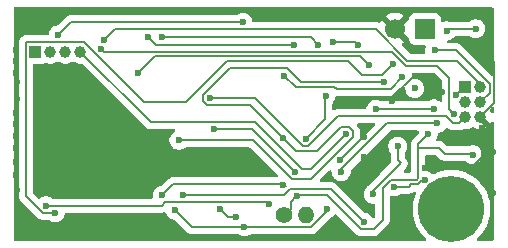
<source format=gbl>
G04 #@! TF.GenerationSoftware,KiCad,Pcbnew,9.0.1-9.0.1-0~ubuntu22.04.1*
G04 #@! TF.CreationDate,2025-06-25T02:31:38+02:00*
G04 #@! TF.ProjectId,powermeter2.1,706f7765-726d-4657-9465-72322e312e6b,rev?*
G04 #@! TF.SameCoordinates,Original*
G04 #@! TF.FileFunction,Copper,L2,Bot*
G04 #@! TF.FilePolarity,Positive*
%FSLAX46Y46*%
G04 Gerber Fmt 4.6, Leading zero omitted, Abs format (unit mm)*
G04 Created by KiCad (PCBNEW 9.0.1-9.0.1-0~ubuntu22.04.1) date 2025-06-25 02:31:38*
%MOMM*%
%LPD*%
G01*
G04 APERTURE LIST*
G04 #@! TA.AperFunction,ComponentPad*
%ADD10R,1.000000X1.000000*%
G04 #@! TD*
G04 #@! TA.AperFunction,ComponentPad*
%ADD11C,1.000000*%
G04 #@! TD*
G04 #@! TA.AperFunction,ComponentPad*
%ADD12R,1.700000X1.700000*%
G04 #@! TD*
G04 #@! TA.AperFunction,ComponentPad*
%ADD13C,1.700000*%
G04 #@! TD*
G04 #@! TA.AperFunction,ComponentPad*
%ADD14C,1.400000*%
G04 #@! TD*
G04 #@! TA.AperFunction,ComponentPad*
%ADD15O,1.400000X1.400000*%
G04 #@! TD*
G04 #@! TA.AperFunction,ComponentPad*
%ADD16C,5.600000*%
G04 #@! TD*
G04 #@! TA.AperFunction,HeatsinkPad*
%ADD17C,0.600000*%
G04 #@! TD*
G04 #@! TA.AperFunction,ViaPad*
%ADD18C,0.600000*%
G04 #@! TD*
G04 #@! TA.AperFunction,Conductor*
%ADD19C,0.200000*%
G04 #@! TD*
G04 APERTURE END LIST*
D10*
X168880000Y-113710000D03*
D11*
X170150000Y-113710000D03*
X168880000Y-114980000D03*
X170150000Y-114980000D03*
X168880000Y-116250000D03*
X170150000Y-116250000D03*
D10*
X132500000Y-110687500D03*
D11*
X133770000Y-110687500D03*
X135040000Y-110687500D03*
X136310000Y-110687500D03*
D12*
X165475000Y-108750000D03*
D13*
X162935000Y-108750000D03*
D14*
X153545000Y-124525000D03*
D15*
X155445000Y-124525000D03*
D16*
X167725000Y-124000000D03*
D17*
X138645000Y-119562500D03*
X140045000Y-119562500D03*
X137945000Y-118862500D03*
X139345000Y-118862500D03*
X140745000Y-118862500D03*
X138645000Y-118162500D03*
X140045000Y-118162500D03*
X137945000Y-117462500D03*
X139345000Y-117462500D03*
X140745000Y-117462500D03*
X138645000Y-116762500D03*
X140045000Y-116762500D03*
D18*
X161325000Y-115534868D03*
X166239292Y-115525000D03*
X157725000Y-109825000D03*
X133375000Y-123725000D03*
X168125000Y-114324276D03*
X159800000Y-110075000D03*
X152278003Y-123607590D03*
X170288235Y-117113235D03*
X164900000Y-126375000D03*
X135400000Y-122100000D03*
X146000000Y-120525000D03*
X171225000Y-122625000D03*
X133175000Y-120800000D03*
X130875000Y-117825000D03*
X130900000Y-122400000D03*
X130875000Y-118825000D03*
X165615281Y-112784721D03*
X130875000Y-115850000D03*
X160318656Y-119557817D03*
X130875000Y-116775000D03*
X162725000Y-114892310D03*
X130900000Y-114650000D03*
X165500000Y-120550000D03*
X170225000Y-121325000D03*
X171164265Y-111635735D03*
X130875000Y-112475000D03*
X166915280Y-114084720D03*
X160672766Y-121022766D03*
X150848405Y-120431066D03*
X136400000Y-116700000D03*
X171225000Y-119175000D03*
X171025000Y-125775000D03*
X136550000Y-113400000D03*
X133775000Y-114175000D03*
X130900000Y-113275000D03*
X130875000Y-111425000D03*
X142700000Y-118925000D03*
X158304387Y-119812917D03*
X160301230Y-117875000D03*
X130875000Y-120000000D03*
X130875000Y-110525000D03*
X130825000Y-121125000D03*
X130900000Y-109525000D03*
X155365735Y-118074265D03*
X157104606Y-114429911D03*
X161083319Y-122739660D03*
X163175000Y-118675000D03*
X169775000Y-108725000D03*
X167337723Y-108914635D03*
X147599294Y-117225706D03*
X158375000Y-120856500D03*
X154450000Y-120850000D03*
X166533395Y-116734868D03*
X165750473Y-117649000D03*
X169525000Y-119405000D03*
X154610263Y-122894210D03*
X162787500Y-111737500D03*
X166300000Y-110550357D03*
X134175000Y-124325000D03*
X164613615Y-113791248D03*
X148134998Y-124025000D03*
X149500000Y-124675000D03*
X153471710Y-121924999D03*
X143225000Y-122825000D03*
X157206028Y-123957500D03*
X150200000Y-125525000D03*
X144325000Y-124100000D03*
X142050000Y-109400000D03*
X154361760Y-110074000D03*
X143175000Y-109474000D03*
X156409526Y-110074000D03*
X145000000Y-122824000D03*
X160324485Y-125100515D03*
X138326112Y-109721409D03*
X147300000Y-114625000D03*
X138089408Y-110485592D03*
X167927156Y-115946538D03*
X162867037Y-122112500D03*
X165483988Y-121577630D03*
X134450000Y-109250000D03*
X150075000Y-108175000D03*
X162022409Y-113249696D03*
X153425000Y-117950000D03*
X144650000Y-118172300D03*
X160735630Y-111837557D03*
X141200764Y-112524236D03*
X158763988Y-117654293D03*
X163575000Y-112850000D03*
X153576553Y-112701656D03*
D19*
X162022409Y-113249696D02*
X154974536Y-113249696D01*
X146699000Y-114376057D02*
X146699000Y-114873943D01*
X154974536Y-113249696D02*
X153825496Y-112100656D01*
X153825496Y-112100656D02*
X148974401Y-112100656D01*
X148974401Y-112100656D02*
X146699000Y-114376057D01*
X146699000Y-114873943D02*
X147051057Y-115226000D01*
X147051057Y-115226000D02*
X150701000Y-115226000D01*
X150701000Y-115226000D02*
X153425000Y-117950000D01*
X163575000Y-112850000D02*
X162574304Y-113850696D01*
X162574304Y-113850696D02*
X158011000Y-113850696D01*
X158011000Y-113850696D02*
X157811000Y-113650696D01*
X154525593Y-113650696D02*
X153576553Y-112701656D01*
X157811000Y-113650696D02*
X154525593Y-113650696D01*
X166239292Y-115525000D02*
X164657690Y-115525000D01*
X168739276Y-113710000D02*
X168125000Y-114324276D01*
X166239291Y-115525000D02*
X166206601Y-115492310D01*
X143475943Y-123424000D02*
X143174943Y-123725000D01*
X152094413Y-123424000D02*
X143475943Y-123424000D01*
X164625000Y-115492310D02*
X161367558Y-115492310D01*
X161367558Y-115492310D02*
X161325000Y-115534868D01*
X164657690Y-115525000D02*
X164625000Y-115492310D01*
X143174943Y-123725000D02*
X133375000Y-123725000D01*
X152278003Y-123607590D02*
X152094413Y-123424000D01*
X168880000Y-113710000D02*
X168739276Y-113710000D01*
X159550000Y-109825000D02*
X157725000Y-109825000D01*
X166206601Y-115492310D02*
X164625000Y-115492310D01*
X159800000Y-110075000D02*
X159550000Y-109825000D01*
X165500000Y-120550000D02*
X169450000Y-120550000D01*
X160242304Y-117875000D02*
X160301230Y-117875000D01*
X171352000Y-115048000D02*
X171352000Y-111823470D01*
X169450000Y-120550000D02*
X170225000Y-121325000D01*
X170150000Y-116250000D02*
X171352000Y-115048000D01*
X160318656Y-119557817D02*
X160318656Y-120668656D01*
X160318656Y-120668656D02*
X160672766Y-121022766D01*
X162725000Y-114892310D02*
X162725000Y-114549943D01*
X169358477Y-120550000D02*
X165500000Y-120550000D01*
X170288235Y-119620242D02*
X169358477Y-120550000D01*
X171352000Y-111823470D02*
X171164265Y-111635735D01*
X166915280Y-114084720D02*
X165615281Y-112784721D01*
X158304387Y-119812917D02*
X160242304Y-117875000D01*
X170288235Y-117113235D02*
X170288235Y-119620242D01*
X164490222Y-112784721D02*
X165615281Y-112784721D01*
X162725000Y-114549943D02*
X164490222Y-112784721D01*
X157104606Y-114429911D02*
X157040000Y-114494517D01*
X157040000Y-114494517D02*
X157040000Y-116400000D01*
X157040000Y-116400000D02*
X155365735Y-118074265D01*
X161083319Y-122466681D02*
X163425000Y-120125000D01*
X161083319Y-122739660D02*
X161083319Y-122466681D01*
X163175000Y-119875000D02*
X163175000Y-118675000D01*
X163425000Y-120125000D02*
X163175000Y-119875000D01*
X167527358Y-108725000D02*
X169775000Y-108725000D01*
X167337723Y-108914635D02*
X167527358Y-108725000D01*
X162291305Y-116734868D02*
X166533395Y-116734868D01*
X150825706Y-117225706D02*
X154450000Y-120850000D01*
X158375000Y-120856500D02*
X158375000Y-120651173D01*
X147599294Y-117225706D02*
X150825706Y-117225706D01*
X158375000Y-120651173D02*
X162291305Y-116734868D01*
X164763443Y-121511500D02*
X164900000Y-121374943D01*
X169525000Y-119405000D02*
X169420000Y-119300000D01*
X154729473Y-122775000D02*
X157149027Y-122775000D01*
X164900000Y-121374943D02*
X164900000Y-118950000D01*
X154610263Y-122894210D02*
X154729473Y-122775000D01*
X160075542Y-125701515D02*
X161125000Y-125701515D01*
X169420000Y-119300000D02*
X167136500Y-119300000D01*
X154610263Y-122894210D02*
X154577236Y-122927236D01*
X154100000Y-123970000D02*
X153545000Y-124525000D01*
X167136500Y-119300000D02*
X166661500Y-118825000D01*
X161125000Y-125701515D02*
X161886805Y-124939710D01*
X157149027Y-122775000D02*
X160075542Y-125701515D01*
X161886805Y-122242789D02*
X162618094Y-121511500D01*
X161886805Y-124939710D02*
X161886805Y-122242789D01*
X164900000Y-118950000D02*
X164900000Y-118499473D01*
X164900000Y-118825000D02*
X164900000Y-118950000D01*
X154100000Y-123404473D02*
X154100000Y-123970000D01*
X154577236Y-122927236D02*
X154100000Y-123404473D01*
X164900000Y-118499473D02*
X165750473Y-117649000D01*
X162618094Y-121511500D02*
X164763443Y-121511500D01*
X166661500Y-118825000D02*
X164900000Y-118825000D01*
X131699000Y-109886500D02*
X131699000Y-122898943D01*
X148700000Y-111477000D02*
X145209300Y-114967700D01*
X170951000Y-113378214D02*
X170951000Y-114179000D01*
X160173000Y-112675000D02*
X158975000Y-111477000D01*
X168147786Y-110575000D02*
X170951000Y-113378214D01*
X131699000Y-122898943D02*
X133125057Y-124325000D01*
X170951000Y-114179000D02*
X170150000Y-114980000D01*
X166300000Y-110550357D02*
X167950357Y-110550357D01*
X145209300Y-114967700D02*
X141722986Y-114967700D01*
X141722986Y-114967700D02*
X136641786Y-109886500D01*
X167975000Y-110575000D02*
X168147786Y-110575000D01*
X158975000Y-111477000D02*
X148700000Y-111477000D01*
X161850000Y-112675000D02*
X160173000Y-112675000D01*
X162787500Y-111737500D02*
X161850000Y-112675000D01*
X133125057Y-124325000D02*
X134175000Y-124325000D01*
X167950357Y-110550357D02*
X167975000Y-110575000D01*
X136641786Y-109886500D02*
X131699000Y-109886500D01*
X148784998Y-124675000D02*
X148134998Y-124025000D01*
X149500000Y-124675000D02*
X148784998Y-124675000D01*
X153446711Y-121900000D02*
X144150000Y-121900000D01*
X153471710Y-121924999D02*
X153571711Y-122025000D01*
X144150000Y-121900000D02*
X143225000Y-122825000D01*
X153471710Y-121924999D02*
X153446711Y-121900000D01*
X153571711Y-122025000D02*
X153700000Y-122025000D01*
X145750000Y-125525000D02*
X144325000Y-124100000D01*
X150200000Y-125525000D02*
X145750000Y-125525000D01*
X155860628Y-125525000D02*
X150200000Y-125525000D01*
X157206028Y-124179600D02*
X155860628Y-125525000D01*
X157206028Y-123957500D02*
X157206028Y-124179600D01*
X142724000Y-110074000D02*
X142050000Y-109400000D01*
X154361760Y-110074000D02*
X142724000Y-110074000D01*
X155808526Y-109473000D02*
X143176000Y-109473000D01*
X143176000Y-109473000D02*
X143175000Y-109474000D01*
X156409526Y-110074000D02*
X155808526Y-109473000D01*
X160324485Y-125100515D02*
X157548970Y-122325000D01*
X157548970Y-122325000D02*
X154925000Y-122325000D01*
X154081790Y-122293210D02*
X153551000Y-122824000D01*
X153551000Y-122824000D02*
X145000000Y-122824000D01*
X154925000Y-122325000D02*
X154893210Y-122293210D01*
X154925000Y-122325000D02*
X154800000Y-122325000D01*
X154893210Y-122293210D02*
X154081790Y-122293210D01*
X168222000Y-111450000D02*
X163999131Y-111450000D01*
X163999131Y-111450000D02*
X161348131Y-108799000D01*
X170150000Y-113710000D02*
X170150000Y-113378000D01*
X170150000Y-113378000D02*
X168222000Y-111450000D01*
X139248521Y-108799000D02*
X138326112Y-109721409D01*
X161348131Y-108799000D02*
X139248521Y-108799000D01*
X168380001Y-116749999D02*
X168880000Y-116250000D01*
X167266956Y-116134868D02*
X167882087Y-116749999D01*
X167882087Y-116749999D02*
X168380001Y-116749999D01*
X151066527Y-114625000D02*
X155116792Y-118675265D01*
X158155075Y-116134868D02*
X167266956Y-116134868D01*
X155614678Y-118675265D02*
X158155075Y-116134868D01*
X155116792Y-118675265D02*
X155614678Y-118675265D01*
X147300000Y-114625000D02*
X151066527Y-114625000D01*
X167927156Y-115946538D02*
X167725000Y-115744382D01*
X163833031Y-111851000D02*
X162657031Y-110675000D01*
X162657031Y-110675000D02*
X138278816Y-110675000D01*
X167927156Y-115946538D02*
X167507031Y-115526413D01*
X167507031Y-115526413D02*
X167525000Y-115508444D01*
X167725000Y-115744382D02*
X167725000Y-115650000D01*
X138278816Y-110675000D02*
X138089408Y-110485592D01*
X167525000Y-112875000D02*
X166501000Y-111851000D01*
X166501000Y-111851000D02*
X163833031Y-111851000D01*
X167927156Y-115946538D02*
X167610708Y-115630090D01*
X167525000Y-115508444D02*
X167525000Y-112875000D01*
X164929543Y-121912500D02*
X164291172Y-121912500D01*
X164091172Y-122112500D02*
X162867037Y-122112500D01*
X165264413Y-121577630D02*
X164929543Y-121912500D01*
X165483988Y-121577630D02*
X165264413Y-121577630D01*
X164291172Y-121912500D02*
X164091172Y-122112500D01*
X135525000Y-108175000D02*
X134450000Y-109250000D01*
X150075000Y-108175000D02*
X135525000Y-108175000D01*
X159364988Y-117903236D02*
X159364988Y-117405350D01*
X154201057Y-121451000D02*
X155817224Y-121451000D01*
X159364988Y-117405350D02*
X159012931Y-117053293D01*
X156340892Y-119076265D02*
X154551265Y-119076265D01*
X150922357Y-118172300D02*
X144650000Y-118172300D01*
X158363864Y-117053293D02*
X156340892Y-119076265D01*
X154551265Y-119076265D02*
X153425000Y-117950000D01*
X159012931Y-117053293D02*
X158363864Y-117053293D01*
X154201057Y-121451000D02*
X150922357Y-118172300D01*
X155817224Y-121451000D02*
X159364988Y-117903236D01*
X147250000Y-111076000D02*
X159974073Y-111076000D01*
X142649000Y-111076000D02*
X147250000Y-111076000D01*
X159974073Y-111076000D02*
X160735630Y-111837557D01*
X141200764Y-112524236D02*
X142649000Y-111076000D01*
X155051000Y-120601057D02*
X155817224Y-120601057D01*
X136310000Y-110687500D02*
X142247206Y-116624706D01*
X151074649Y-116624706D02*
X155051000Y-120601057D01*
X142247206Y-116624706D02*
X151074649Y-116624706D01*
X155817224Y-120601057D02*
X158763988Y-117654293D01*
X153439000Y-112839209D02*
X153576553Y-112701656D01*
G04 #@! TA.AperFunction,Conductor*
G36*
X171242539Y-106945185D02*
G01*
X171288294Y-106997989D01*
X171299500Y-107049500D01*
X171299500Y-112578117D01*
X171279815Y-112645156D01*
X171227011Y-112690911D01*
X171157853Y-112700855D01*
X171094297Y-112671830D01*
X171087819Y-112665798D01*
X168635376Y-110213355D01*
X168635374Y-110213352D01*
X168516503Y-110094481D01*
X168516495Y-110094475D01*
X168397027Y-110025501D01*
X168397024Y-110025500D01*
X168379571Y-110015423D01*
X168355253Y-110008907D01*
X168226843Y-109974499D01*
X168226840Y-109974499D01*
X168137707Y-109974499D01*
X168105613Y-109970274D01*
X168029414Y-109949856D01*
X167871300Y-109949856D01*
X167863704Y-109949856D01*
X167863688Y-109949857D01*
X167495532Y-109949857D01*
X167428493Y-109930172D01*
X167382738Y-109877368D01*
X167372794Y-109808210D01*
X167401819Y-109744654D01*
X167460597Y-109706880D01*
X167471340Y-109704240D01*
X167543289Y-109689927D01*
X167571220Y-109684372D01*
X167694063Y-109633489D01*
X167716895Y-109624032D01*
X167716895Y-109624031D01*
X167716902Y-109624029D01*
X167848012Y-109536424D01*
X167959512Y-109424924D01*
X167976500Y-109399500D01*
X167989123Y-109380609D01*
X168042736Y-109335804D01*
X168092225Y-109325500D01*
X169195234Y-109325500D01*
X169262273Y-109345185D01*
X169264125Y-109346398D01*
X169395814Y-109434390D01*
X169395827Y-109434397D01*
X169525014Y-109487907D01*
X169541503Y-109494737D01*
X169692900Y-109524852D01*
X169696153Y-109525499D01*
X169696156Y-109525500D01*
X169696158Y-109525500D01*
X169853844Y-109525500D01*
X169853845Y-109525499D01*
X170008497Y-109494737D01*
X170154179Y-109434394D01*
X170285289Y-109346789D01*
X170396789Y-109235289D01*
X170484394Y-109104179D01*
X170544737Y-108958497D01*
X170575500Y-108803842D01*
X170575500Y-108646158D01*
X170575500Y-108646155D01*
X170575499Y-108646153D01*
X170571930Y-108628210D01*
X170544737Y-108491503D01*
X170540081Y-108480263D01*
X170484397Y-108345827D01*
X170484390Y-108345814D01*
X170396789Y-108214711D01*
X170396786Y-108214707D01*
X170285292Y-108103213D01*
X170285288Y-108103210D01*
X170154185Y-108015609D01*
X170154172Y-108015602D01*
X170008501Y-107955264D01*
X170008489Y-107955261D01*
X169853845Y-107924500D01*
X169853842Y-107924500D01*
X169696158Y-107924500D01*
X169696155Y-107924500D01*
X169541510Y-107955261D01*
X169541498Y-107955264D01*
X169395827Y-108015602D01*
X169395814Y-108015609D01*
X169264125Y-108103602D01*
X169197447Y-108124480D01*
X169195234Y-108124500D01*
X167480885Y-108124500D01*
X167456693Y-108122117D01*
X167437292Y-108118258D01*
X167416566Y-108114135D01*
X167416565Y-108114135D01*
X167258881Y-108114135D01*
X167258878Y-108114135D01*
X167104233Y-108144896D01*
X167104226Y-108144898D01*
X166996950Y-108189332D01*
X166927481Y-108196800D01*
X166865002Y-108165524D01*
X166829350Y-108105435D01*
X166825499Y-108074770D01*
X166825499Y-107852129D01*
X166825498Y-107852123D01*
X166825497Y-107852116D01*
X166819091Y-107792517D01*
X166771422Y-107664711D01*
X166768797Y-107657671D01*
X166768793Y-107657664D01*
X166682547Y-107542455D01*
X166682544Y-107542452D01*
X166567335Y-107456206D01*
X166567328Y-107456202D01*
X166432482Y-107405908D01*
X166432483Y-107405908D01*
X166372883Y-107399501D01*
X166372881Y-107399500D01*
X166372873Y-107399500D01*
X166372864Y-107399500D01*
X164577129Y-107399500D01*
X164577123Y-107399501D01*
X164517516Y-107405908D01*
X164382671Y-107456202D01*
X164382664Y-107456206D01*
X164267455Y-107542452D01*
X164267452Y-107542455D01*
X164181206Y-107657664D01*
X164181202Y-107657671D01*
X164130908Y-107792517D01*
X164124501Y-107852116D01*
X164124501Y-107852123D01*
X164124500Y-107852135D01*
X164124500Y-107862690D01*
X164104815Y-107929729D01*
X164088181Y-107950371D01*
X163417962Y-108620590D01*
X163400925Y-108557007D01*
X163335099Y-108442993D01*
X163242007Y-108349901D01*
X163127993Y-108284075D01*
X163064409Y-108267037D01*
X163696716Y-107634728D01*
X163642550Y-107595375D01*
X163453217Y-107498904D01*
X163251129Y-107433242D01*
X163041246Y-107400000D01*
X162828754Y-107400000D01*
X162618872Y-107433242D01*
X162618869Y-107433242D01*
X162416782Y-107498904D01*
X162227439Y-107595380D01*
X162173282Y-107634727D01*
X162173282Y-107634728D01*
X162805591Y-108267037D01*
X162742007Y-108284075D01*
X162627993Y-108349901D01*
X162534901Y-108442993D01*
X162469075Y-108557007D01*
X162452037Y-108620591D01*
X161819728Y-107988282D01*
X161819727Y-107988282D01*
X161780380Y-108042440D01*
X161780378Y-108042443D01*
X161713573Y-108173554D01*
X161665599Y-108224349D01*
X161597778Y-108241144D01*
X161570998Y-108237033D01*
X161427188Y-108198499D01*
X161269074Y-108198499D01*
X161261478Y-108198499D01*
X161261462Y-108198500D01*
X150997622Y-108198500D01*
X150930583Y-108178815D01*
X150884828Y-108126011D01*
X150876005Y-108098692D01*
X150844738Y-107941508D01*
X150844737Y-107941507D01*
X150844737Y-107941503D01*
X150807720Y-107852135D01*
X150784397Y-107795827D01*
X150784387Y-107795809D01*
X150754366Y-107750879D01*
X150754365Y-107750878D01*
X150696789Y-107664711D01*
X150696786Y-107664707D01*
X150585292Y-107553213D01*
X150585288Y-107553210D01*
X150454185Y-107465609D01*
X150454172Y-107465602D01*
X150308501Y-107405264D01*
X150308489Y-107405261D01*
X150153845Y-107374500D01*
X150153842Y-107374500D01*
X149996158Y-107374500D01*
X149996155Y-107374500D01*
X149841510Y-107405261D01*
X149841498Y-107405264D01*
X149695827Y-107465602D01*
X149695814Y-107465609D01*
X149564125Y-107553602D01*
X149497447Y-107574480D01*
X149495234Y-107574500D01*
X135611670Y-107574500D01*
X135611654Y-107574499D01*
X135604058Y-107574499D01*
X135445943Y-107574499D01*
X135369579Y-107594961D01*
X135293214Y-107615423D01*
X135293209Y-107615426D01*
X135156290Y-107694475D01*
X135156282Y-107694481D01*
X134435339Y-108415425D01*
X134374016Y-108448910D01*
X134371850Y-108449361D01*
X134216508Y-108480261D01*
X134216498Y-108480264D01*
X134070827Y-108540602D01*
X134070814Y-108540609D01*
X133939711Y-108628210D01*
X133939707Y-108628213D01*
X133828213Y-108739707D01*
X133828210Y-108739711D01*
X133740609Y-108870814D01*
X133740602Y-108870827D01*
X133680264Y-109016498D01*
X133680261Y-109016510D01*
X133649500Y-109171154D01*
X133649205Y-109174151D01*
X133648611Y-109175620D01*
X133648311Y-109177132D01*
X133648024Y-109177074D01*
X133623046Y-109238939D01*
X133566013Y-109279299D01*
X133525802Y-109286000D01*
X131619943Y-109286000D01*
X131467216Y-109326923D01*
X131467209Y-109326926D01*
X131330290Y-109405975D01*
X131330282Y-109405981D01*
X131218481Y-109517782D01*
X131218475Y-109517790D01*
X131139426Y-109654709D01*
X131139423Y-109654716D01*
X131098500Y-109807443D01*
X131098500Y-122812273D01*
X131098499Y-122812291D01*
X131098499Y-122977997D01*
X131098498Y-122977997D01*
X131139423Y-123130728D01*
X131168358Y-123180843D01*
X131168359Y-123180847D01*
X131168360Y-123180847D01*
X131218479Y-123267657D01*
X131218481Y-123267660D01*
X131337349Y-123386528D01*
X131337355Y-123386533D01*
X132640196Y-124689374D01*
X132640206Y-124689385D01*
X132644536Y-124693715D01*
X132644537Y-124693716D01*
X132756341Y-124805520D01*
X132843152Y-124855639D01*
X132843154Y-124855641D01*
X132867569Y-124869737D01*
X132893272Y-124884577D01*
X133046000Y-124925500D01*
X133595234Y-124925500D01*
X133662273Y-124945185D01*
X133664125Y-124946398D01*
X133795814Y-125034390D01*
X133795827Y-125034397D01*
X133941498Y-125094735D01*
X133941503Y-125094737D01*
X134096153Y-125125499D01*
X134096156Y-125125500D01*
X134096158Y-125125500D01*
X134253844Y-125125500D01*
X134253845Y-125125499D01*
X134408497Y-125094737D01*
X134554179Y-125034394D01*
X134685289Y-124946789D01*
X134796789Y-124835289D01*
X134884394Y-124704179D01*
X134944737Y-124558497D01*
X134960236Y-124480579D01*
X134971231Y-124425308D01*
X135003616Y-124363397D01*
X135064332Y-124328823D01*
X135092848Y-124325500D01*
X143088274Y-124325500D01*
X143088290Y-124325501D01*
X143095886Y-124325501D01*
X143253997Y-124325501D01*
X143254000Y-124325501D01*
X143406728Y-124284577D01*
X143406729Y-124284575D01*
X143414578Y-124282473D01*
X143415312Y-124285215D01*
X143471088Y-124279203D01*
X143533576Y-124310460D01*
X143563667Y-124353787D01*
X143615602Y-124479172D01*
X143615609Y-124479185D01*
X143703210Y-124610288D01*
X143703213Y-124610292D01*
X143814707Y-124721786D01*
X143814711Y-124721789D01*
X143945814Y-124809390D01*
X143945827Y-124809397D01*
X144091498Y-124869735D01*
X144091503Y-124869737D01*
X144145089Y-124880396D01*
X144246849Y-124900638D01*
X144308760Y-124933023D01*
X144310339Y-124934574D01*
X145265139Y-125889374D01*
X145265149Y-125889385D01*
X145269479Y-125893715D01*
X145269480Y-125893716D01*
X145381284Y-126005520D01*
X145381286Y-126005521D01*
X145381290Y-126005524D01*
X145493368Y-126070231D01*
X145518216Y-126084577D01*
X145630019Y-126114534D01*
X145670942Y-126125500D01*
X145670943Y-126125500D01*
X149620234Y-126125500D01*
X149687273Y-126145185D01*
X149689125Y-126146398D01*
X149820814Y-126234390D01*
X149820827Y-126234397D01*
X149966498Y-126294735D01*
X149966503Y-126294737D01*
X150121153Y-126325499D01*
X150121156Y-126325500D01*
X150121158Y-126325500D01*
X150278844Y-126325500D01*
X150278845Y-126325499D01*
X150433497Y-126294737D01*
X150579179Y-126234394D01*
X150657537Y-126182037D01*
X150710875Y-126146398D01*
X150777553Y-126125520D01*
X150779766Y-126125500D01*
X155773959Y-126125500D01*
X155773975Y-126125501D01*
X155781571Y-126125501D01*
X155939682Y-126125501D01*
X155939685Y-126125501D01*
X156092413Y-126084577D01*
X156142532Y-126055639D01*
X156229344Y-126005520D01*
X156341148Y-125893716D01*
X156341148Y-125893714D01*
X156351356Y-125883507D01*
X156351358Y-125883504D01*
X157538340Y-124696521D01*
X157578569Y-124669643D01*
X157585207Y-124666894D01*
X157716317Y-124579289D01*
X157822519Y-124473086D01*
X157883840Y-124439603D01*
X157953532Y-124444587D01*
X157997880Y-124473088D01*
X159590681Y-126065889D01*
X159590691Y-126065900D01*
X159595021Y-126070230D01*
X159595022Y-126070231D01*
X159706826Y-126182035D01*
X159771117Y-126219153D01*
X159843757Y-126261092D01*
X159996484Y-126302015D01*
X159996485Y-126302015D01*
X161038331Y-126302015D01*
X161038347Y-126302016D01*
X161045943Y-126302016D01*
X161204054Y-126302016D01*
X161204057Y-126302016D01*
X161356785Y-126261092D01*
X161429425Y-126219153D01*
X161493716Y-126182035D01*
X161605520Y-126070231D01*
X161605520Y-126070229D01*
X161615724Y-126060026D01*
X161615728Y-126060021D01*
X162245311Y-125430438D01*
X162245316Y-125430434D01*
X162255519Y-125420230D01*
X162255521Y-125420230D01*
X162367325Y-125308426D01*
X162441312Y-125180276D01*
X162446382Y-125171495D01*
X162487306Y-125018767D01*
X162487306Y-124860653D01*
X162487306Y-124853058D01*
X162487305Y-124853040D01*
X162487305Y-123004243D01*
X162506990Y-122937204D01*
X162559794Y-122891449D01*
X162628952Y-122881505D01*
X162635487Y-122882624D01*
X162679852Y-122891449D01*
X162788192Y-122913000D01*
X162788195Y-122913000D01*
X162945881Y-122913000D01*
X162945882Y-122912999D01*
X163100534Y-122882237D01*
X163246216Y-122821894D01*
X163249227Y-122819882D01*
X163377912Y-122733898D01*
X163444590Y-122713020D01*
X163446803Y-122713000D01*
X164004503Y-122713000D01*
X164004519Y-122713001D01*
X164012115Y-122713001D01*
X164170226Y-122713001D01*
X164170229Y-122713001D01*
X164322957Y-122672077D01*
X164388464Y-122634256D01*
X164459888Y-122593020D01*
X164496599Y-122556308D01*
X164504946Y-122550347D01*
X164528640Y-122542108D01*
X164550657Y-122530086D01*
X164561075Y-122530831D01*
X164570940Y-122527401D01*
X164595327Y-122533280D01*
X164620349Y-122535070D01*
X164628710Y-122541329D01*
X164638864Y-122543777D01*
X164656200Y-122561907D01*
X164676283Y-122576940D01*
X164679933Y-122586725D01*
X164687152Y-122594275D01*
X164691934Y-122618901D01*
X164700701Y-122642404D01*
X164698789Y-122654199D01*
X164700472Y-122662863D01*
X164695272Y-122675905D01*
X164691578Y-122698704D01*
X164613687Y-122886748D01*
X164519548Y-123197086D01*
X164519545Y-123197097D01*
X164456287Y-123515125D01*
X164456284Y-123515142D01*
X164438822Y-123692443D01*
X164424500Y-123837857D01*
X164424500Y-124162143D01*
X164428116Y-124198852D01*
X164456284Y-124484857D01*
X164456287Y-124484874D01*
X164519545Y-124802902D01*
X164519548Y-124802913D01*
X164613686Y-125113247D01*
X164737786Y-125412849D01*
X164737788Y-125412854D01*
X164890646Y-125698830D01*
X164890657Y-125698848D01*
X165070811Y-125968467D01*
X165070821Y-125968481D01*
X165276546Y-126219158D01*
X165505841Y-126448453D01*
X165543851Y-126479647D01*
X165583185Y-126537392D01*
X165585056Y-126607237D01*
X165548869Y-126667005D01*
X165486113Y-126697721D01*
X165465186Y-126699500D01*
X130774000Y-126699500D01*
X130706961Y-126679815D01*
X130661206Y-126627011D01*
X130650000Y-126575500D01*
X130650000Y-107049500D01*
X130669685Y-106982461D01*
X130722489Y-106936706D01*
X130774000Y-106925500D01*
X171175500Y-106925500D01*
X171242539Y-106945185D01*
G37*
G04 #@! TD.AperFunction*
G04 #@! TA.AperFunction,Conductor*
G36*
X171012572Y-116759020D02*
G01*
X171012573Y-116759019D01*
X171036187Y-116723680D01*
X171036190Y-116723676D01*
X171060939Y-116663927D01*
X171104780Y-116609523D01*
X171171074Y-116587458D01*
X171238773Y-116604737D01*
X171286384Y-116655874D01*
X171299500Y-116711379D01*
X171299500Y-126575500D01*
X171279815Y-126642539D01*
X171227011Y-126688294D01*
X171175500Y-126699500D01*
X169984814Y-126699500D01*
X169917775Y-126679815D01*
X169872020Y-126627011D01*
X169862076Y-126557853D01*
X169891101Y-126494297D01*
X169906149Y-126479647D01*
X169944153Y-126448458D01*
X170173458Y-126219153D01*
X170379183Y-125968476D01*
X170559347Y-125698842D01*
X170712215Y-125412847D01*
X170836314Y-125113246D01*
X170930449Y-124802923D01*
X170930451Y-124802913D01*
X170930454Y-124802902D01*
X170966938Y-124619481D01*
X170993714Y-124484868D01*
X171025500Y-124162143D01*
X171025500Y-123837857D01*
X170993714Y-123515132D01*
X170944489Y-123267659D01*
X170930454Y-123197097D01*
X170930451Y-123197086D01*
X170930450Y-123197083D01*
X170930449Y-123197077D01*
X170836314Y-122886754D01*
X170712215Y-122587153D01*
X170711986Y-122586725D01*
X170559353Y-122301169D01*
X170559352Y-122301167D01*
X170559347Y-122301158D01*
X170379183Y-122031524D01*
X170173458Y-121780847D01*
X170173457Y-121780846D01*
X170173453Y-121780841D01*
X169944158Y-121551546D01*
X169693481Y-121345821D01*
X169693480Y-121345820D01*
X169693476Y-121345817D01*
X169423842Y-121165653D01*
X169423837Y-121165650D01*
X169423830Y-121165646D01*
X169137854Y-121012788D01*
X169137849Y-121012786D01*
X168838247Y-120888686D01*
X168527913Y-120794548D01*
X168527902Y-120794545D01*
X168209874Y-120731287D01*
X168209857Y-120731284D01*
X167965812Y-120707248D01*
X167887143Y-120699500D01*
X167562857Y-120699500D01*
X167490099Y-120706666D01*
X167240142Y-120731284D01*
X167240125Y-120731287D01*
X166922097Y-120794545D01*
X166922086Y-120794548D01*
X166611752Y-120888686D01*
X166312150Y-121012786D01*
X166312145Y-121012788D01*
X166223216Y-121060322D01*
X166154813Y-121074564D01*
X166089569Y-121049564D01*
X166077082Y-121038645D01*
X165994280Y-120955843D01*
X165994276Y-120955840D01*
X165863173Y-120868239D01*
X165863160Y-120868232D01*
X165717489Y-120807894D01*
X165717479Y-120807891D01*
X165600308Y-120784584D01*
X165538397Y-120752199D01*
X165503823Y-120691483D01*
X165500500Y-120662967D01*
X165500500Y-119549500D01*
X165520185Y-119482461D01*
X165572989Y-119436706D01*
X165624500Y-119425500D01*
X166361403Y-119425500D01*
X166428442Y-119445185D01*
X166449084Y-119461819D01*
X166651639Y-119664374D01*
X166651649Y-119664385D01*
X166655979Y-119668715D01*
X166655980Y-119668716D01*
X166767784Y-119780520D01*
X166767786Y-119780521D01*
X166767790Y-119780524D01*
X166868304Y-119838555D01*
X166904716Y-119859577D01*
X167001533Y-119885519D01*
X167001532Y-119885519D01*
X167013347Y-119888684D01*
X167057442Y-119900500D01*
X167057443Y-119900500D01*
X168837060Y-119900500D01*
X168904099Y-119920185D01*
X168924736Y-119936814D01*
X168985645Y-119997723D01*
X169014712Y-120026790D01*
X169145814Y-120114390D01*
X169145827Y-120114397D01*
X169208837Y-120140496D01*
X169291503Y-120174737D01*
X169410414Y-120198390D01*
X169446153Y-120205499D01*
X169446156Y-120205500D01*
X169446158Y-120205500D01*
X169603844Y-120205500D01*
X169603845Y-120205499D01*
X169758497Y-120174737D01*
X169904179Y-120114394D01*
X170035289Y-120026789D01*
X170146789Y-119915289D01*
X170234394Y-119784179D01*
X170294737Y-119638497D01*
X170325500Y-119483842D01*
X170325500Y-119326158D01*
X170325500Y-119326155D01*
X170325499Y-119326153D01*
X170311299Y-119254765D01*
X170294737Y-119171503D01*
X170246143Y-119054185D01*
X170234397Y-119025827D01*
X170234390Y-119025814D01*
X170146789Y-118894711D01*
X170146786Y-118894707D01*
X170035292Y-118783213D01*
X170035288Y-118783210D01*
X169904185Y-118695609D01*
X169904172Y-118695602D01*
X169758501Y-118635264D01*
X169758489Y-118635261D01*
X169603845Y-118604500D01*
X169603842Y-118604500D01*
X169446158Y-118604500D01*
X169446155Y-118604500D01*
X169291510Y-118635261D01*
X169291498Y-118635264D01*
X169159207Y-118690061D01*
X169111755Y-118699500D01*
X167436597Y-118699500D01*
X167369558Y-118679815D01*
X167348916Y-118663181D01*
X167149090Y-118463355D01*
X167149088Y-118463352D01*
X167030217Y-118344481D01*
X167030212Y-118344477D01*
X166918176Y-118279794D01*
X166893285Y-118265423D01*
X166740557Y-118224499D01*
X166582443Y-118224499D01*
X166574847Y-118224499D01*
X166574831Y-118224500D01*
X166560678Y-118224500D01*
X166493639Y-118204815D01*
X166447884Y-118152011D01*
X166437940Y-118082853D01*
X166457575Y-118031611D01*
X166459861Y-118028188D01*
X166459861Y-118028187D01*
X166459867Y-118028179D01*
X166520210Y-117882497D01*
X166550973Y-117727842D01*
X166550973Y-117649318D01*
X166570658Y-117582279D01*
X166623462Y-117536524D01*
X166650782Y-117527701D01*
X166671574Y-117523565D01*
X166766892Y-117504605D01*
X166879561Y-117457935D01*
X166912567Y-117444265D01*
X166912567Y-117444264D01*
X166912574Y-117444262D01*
X167043684Y-117356657D01*
X167155184Y-117245157D01*
X167220575Y-117147292D01*
X167274184Y-117102490D01*
X167343509Y-117093782D01*
X167406537Y-117123936D01*
X167411356Y-117128504D01*
X167513371Y-117230519D01*
X167513373Y-117230520D01*
X167513377Y-117230523D01*
X167650296Y-117309572D01*
X167650299Y-117309574D01*
X167650303Y-117309576D01*
X167803030Y-117350500D01*
X167803032Y-117350500D01*
X167968741Y-117350500D01*
X167968757Y-117350499D01*
X168293332Y-117350499D01*
X168293348Y-117350500D01*
X168300944Y-117350500D01*
X168459055Y-117350500D01*
X168459058Y-117350500D01*
X168611786Y-117309576D01*
X168680643Y-117269821D01*
X168690942Y-117263874D01*
X168758839Y-117247398D01*
X168777146Y-117249642D01*
X168781458Y-117250500D01*
X168781459Y-117250500D01*
X168978543Y-117250500D01*
X169108582Y-117224632D01*
X169171835Y-117212051D01*
X169353914Y-117136632D01*
X169353919Y-117136628D01*
X169353922Y-117136627D01*
X169400913Y-117105228D01*
X169446559Y-117074728D01*
X169513234Y-117053850D01*
X169580614Y-117072334D01*
X169584341Y-117074728D01*
X169676321Y-117136188D01*
X169676328Y-117136192D01*
X169858306Y-117211569D01*
X169858318Y-117211572D01*
X170051504Y-117249999D01*
X170051508Y-117250000D01*
X170248492Y-117250000D01*
X170248495Y-117249999D01*
X170441681Y-117211572D01*
X170441693Y-117211569D01*
X170623676Y-117136190D01*
X170623680Y-117136187D01*
X170659019Y-117112573D01*
X170659020Y-117112572D01*
X170121447Y-116575000D01*
X170192787Y-116575000D01*
X170275445Y-116552851D01*
X170349554Y-116510064D01*
X170410064Y-116449554D01*
X170452851Y-116375445D01*
X170475000Y-116292787D01*
X170475000Y-116221447D01*
X171012572Y-116759020D01*
G37*
G04 #@! TD.AperFunction*
G04 #@! TA.AperFunction,Conductor*
G36*
X164912620Y-117355053D02*
G01*
X164958375Y-117407857D01*
X164968319Y-117477015D01*
X164967198Y-117483560D01*
X164949834Y-117570850D01*
X164917448Y-117632761D01*
X164915898Y-117634339D01*
X164419481Y-118130755D01*
X164419479Y-118130757D01*
X164407209Y-118152011D01*
X164389031Y-118183497D01*
X164340423Y-118267688D01*
X164299499Y-118420416D01*
X164299499Y-118420418D01*
X164299499Y-118588519D01*
X164299500Y-118588532D01*
X164299500Y-120787000D01*
X164279815Y-120854039D01*
X164227011Y-120899794D01*
X164175500Y-120911000D01*
X163787597Y-120911000D01*
X163720558Y-120891315D01*
X163674803Y-120838511D01*
X163664859Y-120769353D01*
X163693884Y-120705797D01*
X163699916Y-120699319D01*
X163776232Y-120623003D01*
X163905519Y-120493716D01*
X163984577Y-120356785D01*
X164025501Y-120204057D01*
X164025501Y-120045943D01*
X163984577Y-119893215D01*
X163905519Y-119756284D01*
X163811819Y-119662584D01*
X163778334Y-119601261D01*
X163775500Y-119574903D01*
X163775500Y-119254765D01*
X163795185Y-119187726D01*
X163796398Y-119185874D01*
X163806001Y-119171503D01*
X163884394Y-119054179D01*
X163944737Y-118908497D01*
X163975500Y-118753842D01*
X163975500Y-118596158D01*
X163975500Y-118596155D01*
X163975499Y-118596153D01*
X163971994Y-118578533D01*
X163944737Y-118441503D01*
X163944735Y-118441498D01*
X163884397Y-118295827D01*
X163884390Y-118295814D01*
X163796789Y-118164711D01*
X163796786Y-118164707D01*
X163685292Y-118053213D01*
X163685288Y-118053210D01*
X163554185Y-117965609D01*
X163554172Y-117965602D01*
X163408501Y-117905264D01*
X163408489Y-117905261D01*
X163253845Y-117874500D01*
X163253842Y-117874500D01*
X163096158Y-117874500D01*
X163096155Y-117874500D01*
X162941510Y-117905261D01*
X162941498Y-117905264D01*
X162795827Y-117965602D01*
X162795814Y-117965609D01*
X162664711Y-118053210D01*
X162664707Y-118053213D01*
X162553213Y-118164707D01*
X162553210Y-118164711D01*
X162465609Y-118295814D01*
X162465602Y-118295827D01*
X162405264Y-118441498D01*
X162405261Y-118441510D01*
X162374500Y-118596153D01*
X162374500Y-118753846D01*
X162405261Y-118908489D01*
X162405264Y-118908501D01*
X162465602Y-119054172D01*
X162465609Y-119054185D01*
X162553602Y-119185874D01*
X162574480Y-119252551D01*
X162574500Y-119254765D01*
X162574500Y-119788330D01*
X162574499Y-119788348D01*
X162574499Y-119954058D01*
X162592361Y-120020723D01*
X162590697Y-120090573D01*
X162560267Y-120140496D01*
X161633423Y-121067341D01*
X160714605Y-121986159D01*
X160714603Y-121986161D01*
X160645503Y-122055261D01*
X160611394Y-122089370D01*
X160592608Y-122104788D01*
X160573033Y-122117868D01*
X160461528Y-122229372D01*
X160373928Y-122360474D01*
X160373921Y-122360487D01*
X160313583Y-122506158D01*
X160313580Y-122506170D01*
X160282819Y-122660813D01*
X160282819Y-122818506D01*
X160313580Y-122973149D01*
X160313583Y-122973161D01*
X160373921Y-123118832D01*
X160373928Y-123118845D01*
X160461529Y-123249948D01*
X160461532Y-123249952D01*
X160573026Y-123361446D01*
X160573030Y-123361449D01*
X160704133Y-123449050D01*
X160704146Y-123449057D01*
X160849817Y-123509395D01*
X160849822Y-123509397D01*
X161004472Y-123540159D01*
X161004475Y-123540160D01*
X161162305Y-123540160D01*
X161229344Y-123559845D01*
X161275099Y-123612649D01*
X161286305Y-123664160D01*
X161286305Y-124639612D01*
X161277660Y-124669051D01*
X161271136Y-124699042D01*
X161267381Y-124704056D01*
X161266620Y-124706651D01*
X161249984Y-124727295D01*
X161229452Y-124747826D01*
X161168128Y-124781310D01*
X161098437Y-124776324D01*
X161042504Y-124734451D01*
X161037346Y-124726345D01*
X161037264Y-124726401D01*
X160946274Y-124590226D01*
X160946271Y-124590222D01*
X160834777Y-124478728D01*
X160834773Y-124478725D01*
X160703670Y-124391124D01*
X160703657Y-124391117D01*
X160557986Y-124330779D01*
X160557976Y-124330776D01*
X160402634Y-124299876D01*
X160340723Y-124267491D01*
X160339145Y-124265940D01*
X158036560Y-121963355D01*
X158036558Y-121963352D01*
X157917687Y-121844481D01*
X157917686Y-121844480D01*
X157828893Y-121793216D01*
X157828892Y-121793215D01*
X157780753Y-121765422D01*
X157724851Y-121750443D01*
X157628027Y-121724499D01*
X157469913Y-121724499D01*
X157462317Y-121724499D01*
X157462301Y-121724500D01*
X156692321Y-121724500D01*
X156625282Y-121704815D01*
X156579527Y-121652011D01*
X156569583Y-121582853D01*
X156598608Y-121519297D01*
X156604640Y-121512819D01*
X156968317Y-121149142D01*
X157362819Y-120754638D01*
X157424142Y-120721154D01*
X157493833Y-120726138D01*
X157549767Y-120768010D01*
X157574184Y-120833474D01*
X157574500Y-120842320D01*
X157574500Y-120935346D01*
X157605261Y-121089989D01*
X157605264Y-121090001D01*
X157665602Y-121235672D01*
X157665609Y-121235685D01*
X157753210Y-121366788D01*
X157753213Y-121366792D01*
X157864707Y-121478286D01*
X157864711Y-121478289D01*
X157995814Y-121565890D01*
X157995827Y-121565897D01*
X158141498Y-121626235D01*
X158141503Y-121626237D01*
X158271077Y-121652011D01*
X158296153Y-121656999D01*
X158296156Y-121657000D01*
X158296158Y-121657000D01*
X158453844Y-121657000D01*
X158453845Y-121656999D01*
X158608497Y-121626237D01*
X158754179Y-121565894D01*
X158885289Y-121478289D01*
X158996789Y-121366789D01*
X159084394Y-121235679D01*
X159144737Y-121089997D01*
X159175500Y-120935342D01*
X159175500Y-120777658D01*
X159175500Y-120777655D01*
X159174903Y-120771593D01*
X159176098Y-120771475D01*
X159181757Y-120708222D01*
X159209465Y-120665941D01*
X162503722Y-117371687D01*
X162565045Y-117338202D01*
X162591403Y-117335368D01*
X164845581Y-117335368D01*
X164912620Y-117355053D01*
G37*
G04 #@! TD.AperFunction*
G04 #@! TA.AperFunction,Conductor*
G36*
X134469715Y-111509834D02*
G01*
X134473440Y-111512228D01*
X134566079Y-111574128D01*
X134566092Y-111574135D01*
X134747011Y-111649073D01*
X134748165Y-111649551D01*
X134748169Y-111649551D01*
X134748170Y-111649552D01*
X134941456Y-111688000D01*
X134941459Y-111688000D01*
X135138543Y-111688000D01*
X135268582Y-111662132D01*
X135331835Y-111649551D01*
X135513914Y-111574132D01*
X135606109Y-111512529D01*
X135672786Y-111491651D01*
X135740166Y-111510135D01*
X135743891Y-111512529D01*
X135836086Y-111574132D01*
X135836088Y-111574133D01*
X135836092Y-111574135D01*
X136017011Y-111649073D01*
X136018165Y-111649551D01*
X136018169Y-111649551D01*
X136018170Y-111649552D01*
X136211456Y-111688000D01*
X136409903Y-111688000D01*
X136476942Y-111707685D01*
X136497584Y-111724319D01*
X141762345Y-116989080D01*
X141762355Y-116989091D01*
X141766685Y-116993421D01*
X141766686Y-116993422D01*
X141878490Y-117105226D01*
X141878492Y-117105227D01*
X141878493Y-117105228D01*
X141893769Y-117114047D01*
X141950610Y-117146864D01*
X142015421Y-117184283D01*
X142168148Y-117225206D01*
X142168149Y-117225206D01*
X144221289Y-117225206D01*
X144288328Y-117244891D01*
X144334083Y-117297695D01*
X144344027Y-117366853D01*
X144315002Y-117430409D01*
X144275558Y-117458852D01*
X144276191Y-117460036D01*
X144270814Y-117462909D01*
X144139711Y-117550510D01*
X144139707Y-117550513D01*
X144028213Y-117662007D01*
X144028210Y-117662011D01*
X143940609Y-117793114D01*
X143940602Y-117793127D01*
X143880264Y-117938798D01*
X143880261Y-117938810D01*
X143849500Y-118093453D01*
X143849500Y-118251146D01*
X143880261Y-118405789D01*
X143880264Y-118405801D01*
X143940602Y-118551472D01*
X143940609Y-118551485D01*
X144028210Y-118682588D01*
X144028213Y-118682592D01*
X144139707Y-118794086D01*
X144139711Y-118794089D01*
X144270814Y-118881690D01*
X144270827Y-118881697D01*
X144335539Y-118908501D01*
X144416503Y-118942037D01*
X144571153Y-118972799D01*
X144571156Y-118972800D01*
X144571158Y-118972800D01*
X144728844Y-118972800D01*
X144728845Y-118972799D01*
X144883497Y-118942037D01*
X145029179Y-118881694D01*
X145045269Y-118870943D01*
X145160875Y-118793698D01*
X145227553Y-118772820D01*
X145229766Y-118772800D01*
X150622260Y-118772800D01*
X150689299Y-118792485D01*
X150709941Y-118809119D01*
X152988641Y-121087819D01*
X153022126Y-121149142D01*
X153017142Y-121218834D01*
X152975270Y-121274767D01*
X152909806Y-121299184D01*
X152900960Y-121299500D01*
X144236670Y-121299500D01*
X144236654Y-121299499D01*
X144229058Y-121299499D01*
X144070943Y-121299499D01*
X143994579Y-121319961D01*
X143918214Y-121340423D01*
X143918209Y-121340426D01*
X143781290Y-121419475D01*
X143781282Y-121419481D01*
X143210339Y-121990425D01*
X143149016Y-122023910D01*
X143146850Y-122024361D01*
X142991508Y-122055261D01*
X142991498Y-122055264D01*
X142845827Y-122115602D01*
X142845814Y-122115609D01*
X142714711Y-122203210D01*
X142714707Y-122203213D01*
X142603213Y-122314707D01*
X142603210Y-122314711D01*
X142515609Y-122445814D01*
X142515602Y-122445827D01*
X142455264Y-122591498D01*
X142455261Y-122591510D01*
X142424500Y-122746153D01*
X142424500Y-122903846D01*
X142438914Y-122976309D01*
X142432687Y-123045900D01*
X142389824Y-123101078D01*
X142323934Y-123124322D01*
X142317297Y-123124500D01*
X133954766Y-123124500D01*
X133887727Y-123104815D01*
X133885875Y-123103602D01*
X133754185Y-123015609D01*
X133754172Y-123015602D01*
X133608501Y-122955264D01*
X133608489Y-122955261D01*
X133453845Y-122924500D01*
X133453842Y-122924500D01*
X133296158Y-122924500D01*
X133296155Y-122924500D01*
X133141510Y-122955261D01*
X133141498Y-122955264D01*
X132995827Y-123015602D01*
X132995816Y-123015608D01*
X132882059Y-123091618D01*
X132815382Y-123112495D01*
X132748002Y-123094010D01*
X132725488Y-123076196D01*
X132335819Y-122686527D01*
X132302334Y-122625204D01*
X132299500Y-122598846D01*
X132299500Y-111811999D01*
X132319185Y-111744960D01*
X132371989Y-111699205D01*
X132423500Y-111687999D01*
X133047871Y-111687999D01*
X133047872Y-111687999D01*
X133107483Y-111681591D01*
X133242331Y-111631296D01*
X133254575Y-111622129D01*
X133320035Y-111597710D01*
X133376339Y-111606833D01*
X133478309Y-111649070D01*
X133478318Y-111649073D01*
X133671504Y-111687499D01*
X133671508Y-111687500D01*
X133868492Y-111687500D01*
X133868495Y-111687499D01*
X134061681Y-111649072D01*
X134061693Y-111649069D01*
X134243673Y-111573691D01*
X134243676Y-111573689D01*
X134335657Y-111512229D01*
X134402334Y-111491350D01*
X134469715Y-111509834D01*
G37*
G04 #@! TD.AperFunction*
G04 #@! TA.AperFunction,Conductor*
G36*
X161209246Y-116755053D02*
G01*
X161255001Y-116807857D01*
X161264945Y-116877015D01*
X161235920Y-116940571D01*
X161229888Y-116947049D01*
X160177170Y-117999767D01*
X160115847Y-118033252D01*
X160046155Y-118028268D01*
X159990222Y-117986396D01*
X159965805Y-117920932D01*
X159965489Y-117912086D01*
X159965489Y-117816584D01*
X159965488Y-117816566D01*
X159965488Y-117494410D01*
X159965489Y-117494397D01*
X159965489Y-117326295D01*
X159965489Y-117326293D01*
X159924565Y-117173565D01*
X159903243Y-117136635D01*
X159889351Y-117112572D01*
X159845508Y-117036634D01*
X159755923Y-116947049D01*
X159722438Y-116885726D01*
X159727422Y-116816034D01*
X159769294Y-116760101D01*
X159834758Y-116735684D01*
X159843604Y-116735368D01*
X161142207Y-116735368D01*
X161209246Y-116755053D01*
G37*
G04 #@! TD.AperFunction*
G04 #@! TA.AperFunction,Conductor*
G36*
X171178577Y-115320678D02*
G01*
X171186168Y-115319144D01*
X171211954Y-115329197D01*
X171238773Y-115336042D01*
X171244049Y-115341709D01*
X171251266Y-115344523D01*
X171267524Y-115366922D01*
X171286384Y-115387179D01*
X171288390Y-115395670D01*
X171292308Y-115401068D01*
X171293142Y-115415780D01*
X171299500Y-115442684D01*
X171299500Y-115788620D01*
X171279815Y-115855659D01*
X171227011Y-115901414D01*
X171157853Y-115911358D01*
X171094297Y-115882333D01*
X171060939Y-115836073D01*
X171036190Y-115776325D01*
X171036188Y-115776321D01*
X170974728Y-115684341D01*
X170970106Y-115669580D01*
X170961022Y-115657065D01*
X170959879Y-115636918D01*
X170953850Y-115617663D01*
X170957884Y-115601753D01*
X170957065Y-115587308D01*
X170967866Y-115562389D01*
X170969886Y-115554424D01*
X170972153Y-115550412D01*
X171036632Y-115453914D01*
X171063832Y-115388244D01*
X171067556Y-115381659D01*
X171087411Y-115362381D01*
X171104779Y-115340828D01*
X171112128Y-115338381D01*
X171117684Y-115332988D01*
X171144808Y-115327504D01*
X171171073Y-115318763D01*
X171178577Y-115320678D01*
G37*
G04 #@! TD.AperFunction*
G04 #@! TA.AperFunction,Conductor*
G36*
X166267942Y-112471185D02*
G01*
X166288584Y-112487819D01*
X166888181Y-113087416D01*
X166921666Y-113148739D01*
X166924500Y-113175097D01*
X166924500Y-114788100D01*
X166904815Y-114855139D01*
X166852011Y-114900894D01*
X166782853Y-114910838D01*
X166731609Y-114891202D01*
X166618477Y-114815609D01*
X166618464Y-114815602D01*
X166472793Y-114755264D01*
X166472781Y-114755261D01*
X166318137Y-114724500D01*
X166318134Y-114724500D01*
X166160450Y-114724500D01*
X166160447Y-114724500D01*
X166005802Y-114755261D01*
X166005790Y-114755264D01*
X165860119Y-114815602D01*
X165860107Y-114815609D01*
X165777342Y-114870912D01*
X165710665Y-114891790D01*
X165708451Y-114891810D01*
X164704061Y-114891810D01*
X164704057Y-114891809D01*
X164545943Y-114891809D01*
X164545939Y-114891810D01*
X161841073Y-114891810D01*
X161774034Y-114872125D01*
X161772182Y-114870912D01*
X161704176Y-114825472D01*
X161558501Y-114765132D01*
X161558489Y-114765129D01*
X161403845Y-114734368D01*
X161403842Y-114734368D01*
X161246158Y-114734368D01*
X161246155Y-114734368D01*
X161091510Y-114765129D01*
X161091498Y-114765132D01*
X160945827Y-114825470D01*
X160945814Y-114825477D01*
X160814711Y-114913078D01*
X160814707Y-114913081D01*
X160703213Y-115024575D01*
X160703210Y-115024579D01*
X160615609Y-115155682D01*
X160615602Y-115155695D01*
X160555264Y-115301366D01*
X160555261Y-115301376D01*
X160528769Y-115434560D01*
X160496384Y-115496471D01*
X160435668Y-115531045D01*
X160407152Y-115534368D01*
X158241744Y-115534368D01*
X158241728Y-115534367D01*
X158234132Y-115534367D01*
X158076018Y-115534367D01*
X157971440Y-115562389D01*
X157923289Y-115575291D01*
X157873839Y-115603842D01*
X157873837Y-115603843D01*
X157826499Y-115631173D01*
X157758599Y-115647644D01*
X157692572Y-115624792D01*
X157649382Y-115569870D01*
X157640500Y-115523785D01*
X157640500Y-115077457D01*
X157660185Y-115010418D01*
X157676820Y-114989775D01*
X157726392Y-114940203D01*
X157726395Y-114940200D01*
X157814000Y-114809090D01*
X157874343Y-114663408D01*
X157888597Y-114591748D01*
X157896702Y-114551005D01*
X157911417Y-114522873D01*
X157924605Y-114493995D01*
X157927494Y-114492137D01*
X157929087Y-114489094D01*
X157956677Y-114473383D01*
X157983383Y-114456220D01*
X157987977Y-114455559D01*
X157989803Y-114454520D01*
X158018317Y-114451197D01*
X158090058Y-114451197D01*
X158090061Y-114451196D01*
X158097668Y-114451196D01*
X162487635Y-114451196D01*
X162487651Y-114451197D01*
X162495247Y-114451197D01*
X162653358Y-114451197D01*
X162653361Y-114451197D01*
X162806089Y-114410273D01*
X162856208Y-114381335D01*
X162943020Y-114331216D01*
X163054824Y-114219412D01*
X163054824Y-114219410D01*
X163065032Y-114209203D01*
X163065033Y-114209200D01*
X163589662Y-113684572D01*
X163606255Y-113675511D01*
X163619866Y-113662379D01*
X163649361Y-113651974D01*
X163650983Y-113651089D01*
X163653150Y-113650638D01*
X163664924Y-113648296D01*
X163734515Y-113654523D01*
X163789693Y-113697386D01*
X163812937Y-113763276D01*
X163813115Y-113769913D01*
X163813115Y-113870094D01*
X163843876Y-114024737D01*
X163843879Y-114024749D01*
X163904217Y-114170420D01*
X163904224Y-114170433D01*
X163991825Y-114301536D01*
X163991828Y-114301540D01*
X164103322Y-114413034D01*
X164103326Y-114413037D01*
X164234429Y-114500638D01*
X164234442Y-114500645D01*
X164356024Y-114551005D01*
X164380118Y-114560985D01*
X164534768Y-114591747D01*
X164534771Y-114591748D01*
X164534773Y-114591748D01*
X164692459Y-114591748D01*
X164692460Y-114591747D01*
X164847112Y-114560985D01*
X164992794Y-114500642D01*
X165123904Y-114413037D01*
X165235404Y-114301537D01*
X165323009Y-114170427D01*
X165383352Y-114024745D01*
X165414115Y-113870090D01*
X165414115Y-113712406D01*
X165414115Y-113712403D01*
X165414114Y-113712401D01*
X165401801Y-113650500D01*
X165383352Y-113557751D01*
X165347581Y-113471391D01*
X165323012Y-113412075D01*
X165323005Y-113412062D01*
X165235404Y-113280959D01*
X165235401Y-113280955D01*
X165123907Y-113169461D01*
X165123903Y-113169458D01*
X164992800Y-113081857D01*
X164992787Y-113081850D01*
X164847116Y-113021512D01*
X164847104Y-113021509D01*
X164692460Y-112990748D01*
X164692457Y-112990748D01*
X164534773Y-112990748D01*
X164534768Y-112990748D01*
X164523687Y-112992952D01*
X164454095Y-112986722D01*
X164398920Y-112943857D01*
X164375678Y-112877966D01*
X164375500Y-112871334D01*
X164375500Y-112771155D01*
X164375499Y-112771153D01*
X164367035Y-112728602D01*
X164344737Y-112616503D01*
X164344732Y-112616490D01*
X164343219Y-112611502D01*
X164342592Y-112541635D01*
X164379837Y-112482520D01*
X164443130Y-112452926D01*
X164461878Y-112451500D01*
X166200903Y-112451500D01*
X166267942Y-112471185D01*
G37*
G04 #@! TD.AperFunction*
G04 #@! TA.AperFunction,Conductor*
G36*
X164088181Y-109549628D02*
G01*
X164121666Y-109610951D01*
X164124500Y-109637300D01*
X164124500Y-109647865D01*
X164124501Y-109647876D01*
X164130908Y-109707483D01*
X164181202Y-109842328D01*
X164181206Y-109842335D01*
X164267452Y-109957544D01*
X164267455Y-109957547D01*
X164382664Y-110043793D01*
X164382671Y-110043797D01*
X164517517Y-110094091D01*
X164517516Y-110094091D01*
X164521135Y-110094480D01*
X164577127Y-110100500D01*
X165434303Y-110100499D01*
X165501342Y-110120183D01*
X165547097Y-110172987D01*
X165557041Y-110242146D01*
X165548865Y-110271950D01*
X165530263Y-110316860D01*
X165530261Y-110316867D01*
X165499500Y-110471510D01*
X165499500Y-110629203D01*
X165513843Y-110701309D01*
X165507616Y-110770900D01*
X165464753Y-110826078D01*
X165398863Y-110849322D01*
X165392226Y-110849500D01*
X164299228Y-110849500D01*
X164232189Y-110829815D01*
X164211547Y-110813181D01*
X163538288Y-110139922D01*
X163504803Y-110078599D01*
X163509787Y-110008907D01*
X163551659Y-109952974D01*
X163569675Y-109941756D01*
X163642552Y-109904624D01*
X163696716Y-109865270D01*
X163696717Y-109865270D01*
X163064408Y-109232962D01*
X163127993Y-109215925D01*
X163242007Y-109150099D01*
X163335099Y-109057007D01*
X163400925Y-108942993D01*
X163417962Y-108879409D01*
X164088181Y-109549628D01*
G37*
G04 #@! TD.AperFunction*
M02*

</source>
